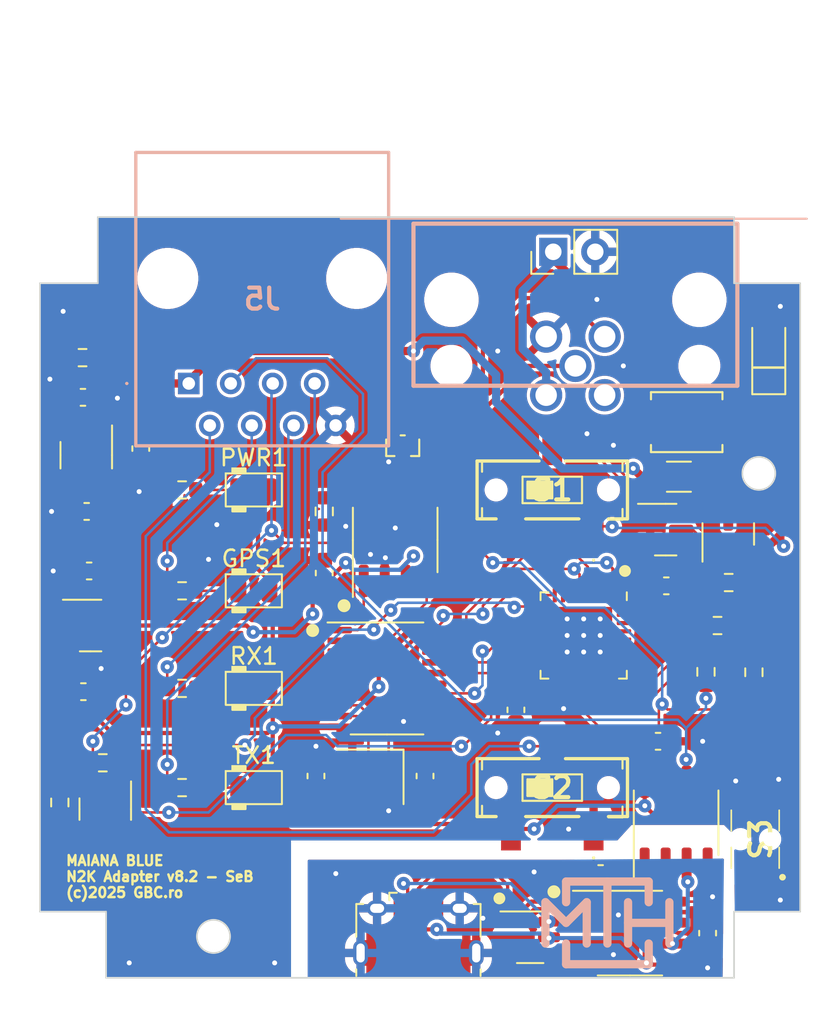
<source format=kicad_pcb>
(kicad_pcb (version 20241229) (generator "pcbnew") (generator_version "9.0")
  (layers (0 "F.Cu" signal) (2 "B.Cu" signal) (13 "F.Paste" user) (15 "B.Paste" user) (5 "F.SilkS" user "F.Silkscreen") (7 "B.SilkS" user "B.Silkscreen") (1 "F.Mask" user) (3 "B.Mask" user) (25 "Edge.Cuts" user))
  (net 0 "")
  (net 2 "+12V")
  (net 3 "GND")
  (net 4 "/Connections/V_OUT")
  (net 5 "/Connections/TX_DISABLE")
  (net 6 "/Connections/GPS_STATUS")
  (net 7 "/Connections/TRANSPONDER_UART_TX")
  (net 8 "/Connections/AIS_RX_EVENT")
  (net 9 "/Connections/AIS_TX_EVENT")
  (net 10 "VBUS")
  (net 11 "D-")
  (net 12 "D+")
  (net 14 "GND2")
  (net 36 "XTL2")
  (net 37 "XTL1")
  (net 38 "Net-(U7-EN)")
  (net 42 "+5V")
  (net 44 "/CAN/CAN_L")
  (net 45 "/CAN/CAN_H")
  (net 46 "Net-(U3-Rs)")
  (net 47 "Net-(U2-TXCAN)")
  (net 48 "Net-(U2-RXCAN)")
  (net 49 "/CAN/SPI_SCK")
  (net 50 "/CAN/SPI_MOSI")
  (net 51 "/CAN/SPI_MISO")
  (net 52 "/CAN/SPI_CS")
  (net 54 "/CAN/NRST")
  (net 56 "NMEA_RX_EN")
  (net 57 "NMEA_RX")
  (net 58 "/MCU/BOOT0")
  (net 59 "/Connections/MCU_UART_TX")
  (net 60 "/Connections/MCU_UART_RX")
  (net 63 "+3.3V")
  (net 64 "CH340_TX")
  (net 65 "CH340_RX")
  (net 67 "Net-(U5-V3)")
  (net 68 "/Power/PWR_CTRL")
  (net 69 "Net-(Q1-D)")
  (net 70 "Net-(Q2-D)")
  (net 71 "TRANSPONDER_UART_RX")
  (net 73 "/Power/V_IN")
  (net 74 "Net-(GPS1-K)")
  (net 75 "Net-(PWR1-K)")
  (net 76 "Net-(RX1-K)")
  (net 77 "Net-(TX1-K)")
  (footprint "Package_SO:SOIC-8_3.9x4.9mm_P1.27mm" (layer "F.Cu") (at 167.795 120.925 90)
    (property "Reference" "U6" (hide yes))
    (property "Value" "ISO7721FDR")
  )
  (footprint "Capacitor_SMD:C_0603_1608Metric" (layer "F.Cu") (at 167.2 106.6)
    (property "Reference" "C13" (hide yes))
    (property "Value" "0.1uF")
  )
  (footprint "Capacitor_SMD:C_0603_1608Metric" (layer "F.Cu") (at 163.225 124 180)
    (property "Reference" "C3" (hide yes))
    (property "Value" "0.1uF")
  )
  (footprint "Connector_PinHeader_2.54mm:PinHeader_1x02_P2.54mm_Vertical" (layer "F.Cu") (at 160.36 86.4 90)
    (property "Reference" "J4" (hide yes))
    (property "Value" "Conn_01x02")
  )
  (footprint "Package_SO:TSSOP-20_4.4x6.5mm_P0.65mm" (layer "F.Cu") (at 150.3 112.2)
    (property "Reference" "U2" (hide yes))
    (property "Value" "MCP2515-xST")
  )
  (footprint "PCM_LED_SMD_AKL:LED_0805_2012Metric" (layer "F.Cu") (at 142.24 100.8)
    (property "Reference" "PWR1")
    (property "Value" "KT-0805G" (hide yes))
  )
  (footprint "Package_TO_SOT_SMD:SOT-23" (layer "F.Cu") (at 132.3625 109)
    (property "Reference" "U8" (hide yes))
    (property "Value" "SE8533X2-HF")
  )
  (footprint "Capacitor_SMD:C_0603_1608Metric" (layer "F.Cu") (at 146.5 105.825 90)
    (property "Reference" "C11" (hide yes))
    (property "Value" "0.1uF")
  )
  (footprint "Resistor_SMD:R_0603_1608Metric" (layer "F.Cu") (at 137.9 112.8 180)
    (property "Reference" "R3" (hide yes))
    (property "Value" "2k2")
  )
  (footprint "Resistor_SMD:R_0603_1608Metric" (layer "F.Cu") (at 137.9 100.8 180)
    (property "Reference" "R1" (hide yes))
    (property "Value" "2k2")
  )
  (footprint "Package_SO:SOIC-8_3.9x4.9mm_P1.27mm" (layer "F.Cu") (at 150.795 103.825 90)
    (property "Reference" "U3" (hide yes))
    (property "Value" "MCP2551-I-SN")
  )
  (footprint "Capacitor_SMD:C_0603_1608Metric" (layer "F.Cu") (at 146 118.1 90)
    (property "Reference" "C4" (hide yes))
    (property "Value" "20pF")
  )
  (footprint "footprints:MS12D17G2" (layer "F.Cu") (at 160.3 118.8 180)
    (property "Reference" "S2")
    (property "Value" "MS-12D17-G2" (hide yes))
  )
  (footprint "Package_DFN_QFN:QFN-32-1EP_5x5mm_P0.5mm_EP3.45x3.45mm" (layer "F.Cu") (at 162.2 109.6 -90)
    (property "Reference" "U1" (hide yes))
    (property "Value" "STM32L432KBUx")
  )
  (footprint "PCM_LED_SMD_AKL:LED_0805_2012Metric" (layer "F.Cu") (at 142.24 106.9)
    (property "Reference" "GPS1")
    (property "Value" "KT-0805G" (hide yes))
  )
  (footprint "Connector_USB:USB_Micro-B_Amphenol_10118194_Horizontal" (layer "F.Cu") (at 152.2 127.5)
    (property "Reference" "J3" (hide yes))
    (property "Value" "USB_B_Micro")
  )
  (footprint "Resistor_SMD:R_0603_1608Metric" (layer "F.Cu") (at 169.6 111.8 90)
    (property "Reference" "R12" (hide yes))
    (property "Value" "0R")
  )
  (footprint "footprints:SKSCLDE010" (layer "F.Cu") (at 172.582 121.92 90)
    (property "Reference" "S3")
    (property "Value" "SKSCLDE010" (hide yes))
  )
  (footprint "KiCadFootprints:CL-SB-12B-01T" (layer "F.Cu") (at 160.3 118.8)
    (property "Reference" "SW2" (hide yes))
    (property "Value" "CL-SB-12B-01T")
  )
  (footprint "Resistor_SMD:R_0603_1608Metric" (layer "F.Cu") (at 172.5 111.825 90)
    (property "Reference" "R11" (hide yes))
    (property "Value" "0R")
  )
  (footprint "Capacitor_SMD:C_0603_1608Metric" (layer "F.Cu") (at 166.7 116)
    (property "Reference" "C2" (hide yes))
    (property "Value" "0.1uF")
  )
  (footprint "Resistor_SMD:R_0603_1608Metric" (layer "F.Cu") (at 137.9 106.9 180)
    (property "Reference" "R2" (hide yes))
    (property "Value" "2k2")
  )
  (footprint "Resistor_SMD:R_0603_1608Metric" (layer "F.Cu") (at 137.9 118.8 180)
    (property "Reference" "R4" (hide yes))
    (property "Value" "2k2")
  )
  (footprint "Package_TO_SOT_SMD:SOT-23" (layer "F.Cu") (at 170.95 103.4625 90)
    (property "Reference" "Q2" (hide yes))
    (property "Value" "AO3401A")
  )
  (footprint "Package_TO_SOT_SMD:SOT-23" (layer "F.Cu") (at 133.25 120.1 -90)
    (property "Reference" "Q3" (hide yes))
    (property "Value" "BSS138")
  )
  (footprint "Package_SO:SO-8_3.9x4.9mm_P1.27mm" (layer "F.Cu") (at 165 127.6)
    (property "Reference" "U5" (hide yes))
    (property "Value" "CH340N")
  )
  (footprint "Resistor_SMD:R_1206_3216Metric" (layer "F.Cu") (at 167.9625 100)
    (property "Reference" "TH1" (hide yes))
    (property "Value" "BSMD1206-050-16V")
  )
  (footprint "Capacitor_SMD:C_0603_1608Metric" (layer "F.Cu") (at 169.7 127.6 -90)
    (property "Reference" "C1" (hide yes))
    (property "Value" "0.1uF")
  )
  (footprint "Package_TO_SOT_SMD:SOT-23-6" (layer "F.Cu") (at 158.9625 127.85)
    (property "Reference" "U4" (hide yes))
    (property "Value" "SRV05-4")
  )
  (footprint "Capacitor_SMD:C_0603_1608Metric" (layer "F.Cu") (at 132.125 102.1 180)
    (property "Reference" "C9" (hide yes))
    (property "Value" "1uF")
  )
  (footprint "Capacitor_SMD:C_0603_1608Metric" (layer "F.Cu") (at 158.1 114.1 -90)
    (property "Reference" "C12" (hide yes))
    (property "Value" "0.1uF")
  )
  (footprint "KiCadFootprints:CL-SB-12B-01T" (layer "F.Cu") (at 160.3 100.8)
    (property "Reference" "SW1" (hide yes))
    (property "Value" "CL-SB-12B-01T")
  )
  (footprint "Capacitor_SMD:C_0603_1608Metric" (layer "F.Cu") (at 152.6 118.1 -90)
    (property "Reference" "C5" (hide yes))
    (property "Value" "20pF")
  )
  (footprint "KiCadFootprints:DIOM4336X265N" (layer "F.Cu") (at 168.435 96.7)
    (property "Reference" "D6" (hide yes))
    (property "Value" "SMBJ16CA")
  )
  (footprint "Crystal:Crystal_SMD_3225-4Pin_3.2x2.5mm" (layer "F.Cu") (at 149.3 118.15 180)
    (property "Reference" "Y1" (hide yes))
    (property "Value" "X322516MOB4SI")
  )
  (footprint "PCM_LED_SMD_AKL:LED_0805_2012Metric" (layer "F.Cu") (at 142.24 112.8)
    (property "Reference" "RX1")
    (property "Value" "KT-0805G" (hide yes))
  )
  (footprint "Resistor_SMD:R_0603_1608Metric" (layer "F.Cu") (at 146.5 102.1 -90)
    (property "Reference" "R7" (hide yes))
    (property "Value" "10k")
  )
  (footprint "Resistor_SMD:R_0603_1608Metric" (layer "F.Cu") (at 131.875 92.8 180)
    (property "Reference" "R6" (hide yes))
    (property "Value" "10k")
  )
  (footprint "Resistor_SMD:R_0603_1608Metric" (layer "F.Cu") (at 130.5 119.7 -90)
    (property "Reference" "R10" (hide yes))
    (property "Value" "10k")
  )
  (footprint "Diode_SMD:D_SOD-123" (layer "F.Cu") (at 173.4 92.65 90)
    (property "Reference" "D8" (hide yes))
    (property "Value" "D_Schottky")
  )
  (footprint "Package_TO_SOT_SMD:SOT-23" (layer "F.Cu") (at 167.1625 103.2)
    (property "Reference" "Q1" (hide yes))
    (property "Value" "BSS138")
  )
  (footprint "footprints:MS12D17G2" (layer "F.Cu") (at 160.3 100.8 180)
    (property "Reference" "S1")
    (property "Value" "MS-12D17-G2" (hide yes))
  )
  (footprint "Capacitor_SMD:C_0603_1608Metric" (layer "F.Cu") (at 132.275 105.7 180)
    (property "Reference" "C8" (hide yes))
    (property "Value" "1uF")
  )
  (footprint "Resistor_SMD:R_0603_1608Metric" (layer "F.Cu") (at 170.975 106.4 180)
    (property "Reference" "R5" (hide yes))
    (property "Value" "10k")
  )
  (footprint "Capacitor_SMD:C_0603_1608Metric" (layer "F.Cu") (at 135.4 98.3 -90)
    (property "Reference" "C7" (hide yes))
    (property "Value" "1uF")
  )
  (footprint "Package_TO_SOT_SMD:SOT-23-5" (layer "F.Cu") (at 132.1 98.7 -90)
    (property "Reference" "U7" (hide yes))
    (property "Value" "TJ5205SF5-5.0")
  )
  (footprint "Resistor_SMD:R_0603_1608Metric" (layer "F.Cu") (at 133.1 117.3 180)
    (property "Reference" "R9" (hide yes))
    (property "Value" "10k")
  )
  (footprint "PCM_LED_SMD_AKL:LED_0805_2012Metric" (layer "F.Cu") (at 142.24 118.8)
    (property "Reference" "TX1")
    (property "Value" "KT-0805G" (hide yes))
  )
  (footprint "Capacitor_SMD:C_0603_1608Metric" (layer "F.Cu") (at 131.9 95.2)
    (property "Reference" "C6" (hide yes))
    (property "Value" "1uF")
  )
  (footprint "KiCadFootprints:SOT323" (layer "F.Cu") (at 151.25 98.125 180)
    (property "Reference" "D5" (hide yes))
    (property "Value" "PESD1CAN-U")
  )
  (footprint "Capacitor_SMD:C_0603_1608Metric" (layer "F.Cu") (at 131.925 113)
    (property "Reference" "C10" (hide yes))
    (property "Value" "1uF")
  )
  (footprint "Resistor_SMD:R_0603_1608Metric" (layer "F.Cu") (at 170.3 109)
    (property "Reference" "R8" (hide yes))
    (property "Value" "10k")
  )
  (footprint "KiCadFootprints:MICRO_C_5PIN" (layer "B.Cu") (at 161.7 93.3)
    (property "Reference" "J1" (hide yes))
    (property "Value" "12-3701-05" (hide yes))
    (property "VALUE" "12-3701-05" (hide yes))
  )
  (footprint "footprints:54602908LF" (layer "B.Cu") (at 138.303 94.361)
    (property "Reference" "J5")
    (property "Value" "54602-908LF" (hide yes))
  )
  (gr_circle (center 147.7 107.8) (end 148.016228 107.8) (stroke (width 0.15)) (fill yes) (layer "F.SilkS"))
  (gr_circle (center 145.8 109.3) (end 146.116228 109.3) (stroke (width 0.15)) (fill yes) (layer "F.SilkS"))
  (gr_circle (center 157.1 125.5) (end 157.382843 125.5) (stroke (width 0.15)) (fill yes) (layer "F.SilkS"))
  (gr_circle (center 164.7 124.5) (end 164.8 124.5) (stroke (width 0.15)) (fill no) (layer "F.SilkS"))
  (gr_circle (center 164.7 105.7) (end 164.982843 105.7) (stroke (width 0.15)) (fill yes) (layer "F.SilkS"))
  (gr_circle (center 160.4 125.1) (end 160.716228 125.1) (stroke (width 0.15)) (fill yes) (layer "F.SilkS"))
  (gr_line (start 172.5 93.4) (end 174.3 93.4) (stroke (width 0.15)) (layer "F.SilkS"))
  (gr_line (start 166.136 129.48) (end 161.136 129.48) (stroke (width 0.5)) (layer "B.SilkS"))
  (gr_line (start 161.136 126.98) (end 159.886 125.73) (stroke (width 0.5)) (layer "B.SilkS"))
  (gr_line (start 167.386 126.98) (end 164.886 126.98) (stroke (width 0.5)) (layer "B.SilkS"))
  (gr_line (start 166.136 128.23) (end 166.136 129.48) (stroke (width 0.5)) (layer "B.SilkS"))
  (gr_line (start 167.386 128.23) (end 167.386 125.73) (stroke (width 0.5)) (layer "B.SilkS"))
  (gr_line (start 162.386 128.23) (end 162.386 125.73) (stroke (width 0.5)) (layer "B.SilkS"))
  (gr_line (start 164.886 125.73) (end 164.886 128.23) (stroke (width 0.5)) (layer "B.SilkS"))
  (gr_line (start 161.136 129.48) (end 161.136 128.23) (stroke (width 0.5)) (layer "B.SilkS"))
  (gr_line (start 161.136 124.48) (end 161.136 125.73) (stroke (width 0.5)) (layer "B.SilkS"))
  (gr_line (start 163.636 128.23) (end 163.636 124.48) (stroke (width 0.5)) (layer "B.SilkS"))
  (gr_line (start 166.136 125.73) (end 166.136 124.48) (stroke (width 0.5)) (layer "B.SilkS"))
  (gr_line (start 166.136 124.48) (end 161.136 124.48) (stroke (width 0.5)) (layer "B.SilkS"))
  (gr_line (start 159.886 125.73) (end 159.886 128.23) (stroke (width 0.5)) (layer "B.SilkS"))
  (gr_line (start 162.386 125.73) (end 161.136 126.98) (stroke (width 0.5)) (layer "B.SilkS"))
  (gr_line (start 175.3 126.3) (end 171.3 126.3) (stroke (width 0.1)) (layer "Edge.Cuts"))
  (gr_line (start 133.3 130.3) (end 133.3 126.3) (stroke (width 0.1)) (layer "Edge.Cuts"))
  (gr_line (start 149.6 84.3) (end 171.3 84.3) (stroke (width 0.1)) (layer "Edge.Cuts"))
  (gr_line (start 133.3 126.3) (end 129.3 126.3) (stroke (width 0.1)) (layer "Edge.Cuts"))
  (gr_line (start 171.3 126.3) (end 171.3 130.3) (stroke (width 0.1)) (layer "Edge.Cuts"))
  (gr_circle (center 139.8 127.8) (end 140.8 127.9) (stroke (width 0.1)) (fill no) (layer "Edge.Cuts"))
  (gr_line (start 175.3 88.3) (end 175.3 126.3) (stroke (width 0.1)) (layer "Edge.Cuts"))
  (gr_line (start 171.3 130.3) (end 133.3 130.3) (stroke (width 0.1)) (layer "Edge.Cuts"))
  (gr_line (start 171.3 84.3) (end 171.3 88.3) (stroke (width 0.1)) (layer "Edge.Cuts"))
  (gr_line (start 132.8 88.3) (end 132.8 84.3) (stroke (width 0.1)) (layer "Edge.Cuts"))
  (gr_line (start 132.8 84.3) (end 149.6 84.3) (stroke (width 0.1)) (layer "Edge.Cuts"))
  (gr_line (start 171.3 88.3) (end 175.3 88.3) (stroke (width 0.1)) (layer "Edge.Cuts"))
  (gr_line (start 129.3 88.3) (end 132.8 88.3) (stroke (width 0.1)) (layer "Edge.Cuts"))
  (gr_circle (center 172.8 99.8) (end 173.8 99.8) (stroke (width 0.1)) (fill no) (layer "Edge.Cuts"))
  (gr_line (start 129.3 126.3) (end 129.3 88.3) (stroke (width 0.1)) (layer "Edge.Cuts"))
  (gr_text "MAIANA BLUE\nN2K Adapter v8.2 - SeB\n(c)2025 GBC.ro" (at 130.8 125.5 0) (layer "F.SilkS") (effects (font (size 0.6 0.6)) (justify left bottom)))
  (segment (start 171.568 90.932) (end 173.332 90.932) (width 0.5) (layer "F.Cu") (net 2))
  (segment (start 164.592 88.138) (end 167.894 91.44) (width 0.5) (layer "F.Cu") (net 2))
  (segment (start 173.332 90.932) (end 173.4 91) (width 0.5) (layer "F.Cu") (net 2))
  (segment (start 167.894 91.44) (end 171.06 91.44) (width 0.5) (layer "F.Cu") (net 2))
  (segment (start 161.671 88.138) (end 164.592 88.138) (width 0.5) (layer "F.Cu") (net 2))
  (segment (start 170.6 96.7) (end 171.3 96) (width 0.5) (layer "F.Cu") (net 2))
  (segment (start 171.3 91.2) (end 171.568 90.932) (width 0.5) (layer "F.Cu") (net 2))
  (segment (start 171.06 91.44) (end 171.3 91.2) (width 0.5) (layer "F.Cu") (net 2))
  (segment (start 160.36 86.4) (end 160.36 86.827) (width 0.5) (layer "F.Cu") (net 2))
  (segment (start 160.36 86.827) (end 161.671 88.138) (width 0.5) (layer "F.Cu") (net 2))
  (segment (start 171.3 96) (end 171.3 91.2) (width 0.5) (layer "F.Cu") (net 2))
  (segment (start 160.36 86.909) (end 160.36 86.4) (width 0.5) (layer "B.Cu") (net 2))
  (segment (start 159.93 95.07) (end 159.93 93.691142) (width 0.5) (layer "B.Cu") (net 2))
  (segment (start 159.93 93.691142) (end 158.505 92.266142) (width 0.5) (layer "B.Cu") (net 2))
  (segment (start 158.505 92.266142) (end 158.505 88.764) (width 0.5) (layer "B.Cu") (net 2))
  (segment (start 158.505 88.764) (end 160.36 86.909) (width 0.5) (layer "B.Cu") (net 2))
  (via (at 150.4 120.2) (size 0.8) (drill 0.3) (layers "F.Cu" "B.Cu") (net 3))
  (via (at 150.8 103.1) (size 0.8) (drill 0.3) (layers "F.Cu" "B.Cu") (net 3))
  (via (at 135.3 100.9) (size 0.8) (drill 0.3) (layers "F.Cu" "B.Cu") (net 3))
  (via (at 130 102.1) (size 0.8) (drill 0.3) (layers "F.Cu" "B.Cu") (net 3))
  (via (at 150.4 99.1) (size 0.8) (drill 0.3) (layers "F.Cu" "B.Cu") (net 3))
  (via (at 163 89.281) (size 0.8) (drill 0.3) (layers "F.Cu" "B.Cu") (net 3))
  (via (at 133.985 95.25) (size 0.8) (drill 0.3) (layers "F.Cu" "B.Cu") (net 3))
  (via (at 130.7 90) (size 0.8) (drill 0.3) (layers "F.Cu" "B.Cu") (net 3))
  (via (at 139.5 105) (size 0.8) (drill 0.3) (layers "F.Cu" "B.Cu") (net 3))
  (via (at 162.4 97.4) (size 0.8) (drill 0.3) (layers "F.Cu" "B.Cu") (net 3))
  (via (at 151.3 114.8) (size 0.8) (drill 0.3) (layers "F.Cu" "B.Cu") (net 3))
  (via (at 157 115.5) (size 0.8) (drill 0.3) (layers "F.Cu" "B.Cu") (net 3))
  (via (at 161.29 121.3104) (size 0.8) (drill 0.3) (layers "F.Cu" "B.Cu") (net 3))
  (via (at 160.9852 114.024) (size 0.8) (drill 0.3) (layers "F.Cu" "B.Cu") (net 3))
  (via (at 164.6 93.3) (size 0.8) (drill 0.3) (layers "F.Cu" "B.Cu") (net 3))
  (via (at 162.2 110.6) (size 0.8) (drill 0.3) (layers "F.Cu" "B.Cu") (net 3))
  (via (at 174.1 89.7) (size 0.8) (drill 0.3) (layers "F.Cu" "B.Cu") (net 3))
  (via (at 171.4 118.4) (size 0.8) (drill 0.3) (layers "F.Cu" "B.Cu") (net 3))
  (via (at 174 118.3) (size 0.8) (drill 0.3) (layers "F.Cu" "B.Cu") (net 3))
  (via (at 134.7 129.4) (size 0.8) (drill 0.3) (layers "F.Cu" "B.Cu") (net 3))
  (via (at 140 102.9) (size 0.8) (drill 0.3) (layers "F.Cu" "B.Cu") (net 3))
  (via (at 162.2 109.6) (size 0.8) (drill 0.3) (layers "F.Cu" "B.Cu") (net 3))
  (via (at 143.5 129.4) (size 0.8) (drill 0.3) (layers "F.Cu" "B.Cu") (net 3))
  (via (at 147.8 103) (size 0.8) (drill 0.3) (layers "F.Cu" "B.Cu") (net 3))
  (via (at 129.9 94.1) (size 0.8) (drill 0.3) (layers "F.Cu" "B.Cu") (net 3))
  (via (at 163.2 108.6) (size 0.8) (drill 0.3) (layers "F.Cu" "B.Cu") (net 3))
  (via (at 130.1 105.7) (size 0.8) (drill 0.3) (layers "F.Cu" "B.Cu") (net 3))
  (via (at 164 98.1) (size 0.8) (drill 0.3) (layers "F.Cu" "B.Cu") (net 3))
  (via (at 133 111.6) (size 0.8) (drill 0.3) (layers "F.Cu" "B.Cu") (net 3))
  (via (at 174.1 125.6) (size 0.8) (drill 0.3) (layers "F.Cu" "B.Cu") (net 3))
  (via (at 163.2 109.6) (size 0.8) (drill 0.3) (layers "F.Cu" "B.Cu") (net 3))
  (via (at 163.2 110.6) (size 0.8) (drill 0.3) (layers "F.Cu" "B.Cu") (net 3))
  (via (at 149.3 104.7) (size 0.8) (drill 0.3) (layers "F.Cu" "B.Cu") (net 3))
  (via (at 161.2 108.6) (size 0.8) (drill 0.3) (layers "F.Cu" "B.Cu") (net 3))
  (via (at 161.2 110.6) (size 0.8) (drill 0.3) (layers "F.Cu" "B.Cu") (net 3))
  (via (at 161.2 109.6) (size 0.8) (drill 0.3) (layers "F.Cu" "B.Cu") (net 3))
  (via (at 157 92.4) (size 0.8) (drill 0.3) (layers "F.Cu" "B.Cu") (net 3))
  (via (at 146 116.3) (size 0.8) (drill 0.3) (layers "F.Cu" "B.Cu") (net 3))
  (via (at 162.2 108.6) (size 0.8) (drill 0.3) (layers "F.Cu" "B.Cu") (net 3))
  (via (at 150.2 104.9) (size 0.8) (drill 0.3) (layers "F.Cu" "B.Cu") (net 3))
  (via (at 169.4 116) (size 0.8) (drill 0.3) (layers "F.Cu" "B.Cu") (net 3))
  (segment (start 135.382 95.776) (end 135.382 97.398) (width 0.5) (layer "F.Cu") (net 4))
  (segment (start 135.382 95.776) (end 135.382 94.361) (width 0.5) (layer "F.Cu") (net 4))
  (segment (start 133.05 97.5625) (end 135.3625 97.5625) (width 0.5) (layer "F.Cu") (net 4))
  (segment (start 138.303 94.234) (end 140.137 92.4) (width 0.5) (layer "F.Cu") (net 4))
  (segment (start 138.303 94.361) (end 138.303 94.234) (width 0.5) (layer "F.Cu") (net 4))
  (segment (start 135.382 94.361) (end 133.821 92.8) (width 0.254) (layer "F.Cu") (net 4))
  (segment (start 140.97 92.4) (end 151.9 92.4) (width 0.5) (layer "F.Cu") (net 4))
  (segment (start 138.303 94.361) (end 135.382 94.361) (width 0.5) (layer "F.Cu") (net 4))
  (segment (start 165.7 100) (end 165.2 99.5) (width 0.5) (layer "F.Cu") (net 4))
  (segment (start 135.3625 97.5625) (end 135.4 97.525) (width 0.254) (layer "F.Cu") (net 4))
  (segment (start 166.5 100) (end 165.7 100) (width 0.5) (layer "F.Cu") (net 4))
  (segment (start 133.821 92.8) (end 132.7 92.8) (width 0.254) (layer "F.Cu") (net 4))
  (segment (start 140.137 92.4) (end 140.97 92.4) (width 0.5) (layer "F.Cu") (net 4))
  (segment (start 135.382 97.398) (end 135.509 97.525) (width 0.5) (layer "F.Cu") (net 4))
  (via (at 151.9 92.4) (size 0.8) (drill 0.3) (layers "F.Cu" "B.Cu") (net 4))
  (via (at 165.2 99.5) (size 0.8) (drill 0.3) (layers "F.Cu" "B.Cu") (net 4))
  (segment (start 156.9 95.5) (end 156.9 93.843324) (width 0.5) (layer "B.Cu") (net 4))
  (segment (start 165.2 99.5) (end 160.9 99.5) (width 0.5) (layer "B.Cu") (net 4))
  (segment (start 154.831676 91.775) (end 152.525 91.775) (width 0.5) (layer "B.Cu") (net 4))
  (segment (start 156.9 93.843324) (end 154.831676 91.775) (width 0.5) (layer "B.Cu") (net 4))
  (segment (start 152.525 91.775) (end 151.9 92.4) (width 0.5) (layer "B.Cu") (net 4))
  (segment (start 160.9 99.5) (end 156.9 95.5) (width 0.5) (layer "B.Cu") (net 4))
  (segment (start 160 116.3) (end 160.3 116.6) (width 0.152) (layer "F.Cu") (net 5))
  (segment (start 158.9 116.3) (end 160 116.3) (width 0.152) (layer "F.Cu") (net 5))
  (via (at 158.9 116.3) (size 0.8) (drill 0.3) (layers "F.Cu" "B.Cu") (net 5))
  (segment (start 156.5 116.3) (end 158.9 116.3) (width 0.152) (layer "B.Cu") (net 5))
  (segment (start 139.573 96.901) (end 139.573 99.727) (width 0.152) (layer "B.Cu") (net 5))
  (segment (start 155.4 117.4) (end 156.5 116.3) (width 0.152) (layer "B.Cu") (net 5))
  (segment (start 135.7 120.1) (end 137.1 121.5) (width 0.152) (layer "B.Cu") (net 5))
  (segment (start 135.7 103.6) (end 135.7 120.1) (width 0.152) (layer "B.Cu") (net 5))
  (segment (start 153.1 121.5) (end 155.4 119.2) (width 0.152) (layer "B.Cu") (net 5))
  (segment (start 155.4 119.2) (end 155.4 117.4) (width 0.152) (layer "B.Cu") (net 5))
  (segment (start 139.573 99.727) (end 135.7 103.6) (width 0.152) (layer "B.Cu") (net 5))
  (segment (start 137.1 121.5) (end 153.1 121.5) (width 0.152) (layer "B.Cu") (net 5))
  (segment (start 137 106.825) (end 137.075 106.9) (width 0.152) (layer "F.Cu") (net 6))
  (segment (start 137 105.1) (end 137 106.825) (width 0.152) (layer "F.Cu") (net 6))
  (via (at 137 105.1) (size 0.8) (drill 0.3) (layers "F.Cu" "B.Cu") (net 6))
  (segment (start 137 104) (end 137 105.1) (width 0.152) (layer "B.Cu") (net 6))
  (segment (start 142.24 96.774) (end 142.113 96.901) (width 0.152) (layer "B.Cu") (net 6))
  (segment (start 142.113 98.887) (end 137 104) (width 0.152) (layer "B.Cu") (net 6))
  (segment (start 142.113 96.901) (end 142.113 98.887) (width 0.152) (layer "B.Cu") (net 6))
  (segment (start 171.074 114.076) (end 167.276 114.076) (width 0.152) (layer "F.Cu") (net 7))
  (segment (start 143.31 103.251) (end 144.059 104) (width 0.152) (layer "F.Cu") (net 7))
  (segment (start 134.5 111.9265) (end 134.5 113.8) (width 0.152) (layer "F.Cu") (net 7))
  (segment (start 144.059 104) (end 155.5 104) (width 0.152) (layer "F.Cu") (net 7))
  (segment (start 166.749 116.849) (end 167.16 117.26) (width 0.152) (layer "F.Cu") (net 7))
  (segment (start 132.5 116) (end 132.5 117.075) (width 0.152) (layer "F.Cu") (net 7))
  (segment (start 167.276 114.076) (end 166.95 113.75) (width 0.152) (layer "F.Cu") (net 7))
  (segment (start 167.16 117.26) (end 167.16 118.45) (width 0.152) (layer "F.Cu") (net 7))
  (segment (start 155.5 104) (end 156.7 105.2) (width 0.152) (layer "F.Cu") (net 7))
  (segment (start 166.749 113.951) (end 166.749 116.849) (width 0.152) (layer "F.Cu") (net 7))
  (segment (start 132.275 118.9875) (end 132.45 119.1625) (width 0.152) (layer "F.Cu") (net 7))
  (segment (start 132.5 117.075) (end 132.275 117.3) (width 0.152) (layer "F.Cu") (net 7))
  (segment (start 136.7 109.7265) (end 134.5 111.9265) (width 0.152) (layer "F.Cu") (net 7))
  (segment (start 172.5 112.65) (end 171.074 114.076) (width 0.152) (layer "F.Cu") (net 7))
  (segment (start 166.95 113.75) (end 166.749 113.951) (width 0.152) (layer "F.Cu") (net 7))
  (segment (start 132.275 117.3) (end 132.275 118.9875) (width 0.152) (layer "F.Cu") (net 7))
  (via (at 143.31 103.251) (size 0.8) (drill 0.3) (layers "F.Cu" "B.Cu") (net 7))
  (via (at 132.5 116) (size 0.8) (drill 0.3) (layers "F.Cu" "B.Cu") (net 7))
  (via (at 134.5 113.8) (size 0.8) (drill 0.3) (layers "F.Cu" "B.Cu") (net 7))
  (via (at 136.7 109.7265) (size 0.8) (drill 0.3) (layers "F.Cu" "B.Cu") (net 7))
  (via (at 166.95 113.75) (size 0.8) (drill 0.3) (layers "F.Cu" "B.Cu") (net 7))
  (via (at 156.7 105.2) (size 0.8) (drill 0.3) (layers "F.Cu" "B.Cu") (net 7))
  (segment (start 143.31 94.434) (end 143.383 94.361) (width 0.152) (layer "B.Cu") (net 7))
  (segment (start 132.5 115.8) (end 132.5 116) (width 0.152) (layer "B.Cu") (net 7))
  (segment (start 143.31 103.251) (end 143.31 94.434) (width 0.152) (layer "B.Cu") (net 7))
  (segment (start 143.1755 103.251) (end 136.7 109.7265) (width 0.152) (layer "B.Cu") (net 7))
  (segment (start 161.124 107.924) (end 163.480009 107.924) (width 0.152) (layer "B.Cu") (net 7))
  (segment (start 166.95 111.393991) (end 166.95 113.75) (width 0.152) (layer "B.Cu") (net 7))
  (segment (start 134.5 113.8) (end 132.5 115.8) (width 0.152) (layer "B.Cu") (net 7))
  (segment (start 158.4 105.2) (end 156.7 105.2) (width 0.152) (layer "B.Cu") (net 7))
  (segment (start 158.4 105.2) (end 161.124 107.924) (width 0.152) (layer "B.Cu") (net 7))
  (segment (start 143.31 103.251) (end 143.1755 103.251) (width 0.152) (layer "B.Cu") (net 7))
  (segment (start 163.480009 107.924) (end 166.95 111.393991) (width 0.152) (layer "B.Cu") (net 7))
  (segment (start 137 112.725) (end 137.075 112.8) (width 0.152) (layer "F.Cu") (net 8))
  (segment (start 137 111.5) (end 137 112.725) (width 0.152) (layer "F.Cu") (net 8))
  (via (at 137 111.5) (size 0.8) (drill 0.3) (layers "F.Cu" "B.Cu") (net 8))
  (segment (start 144.653 96.901) (end 144.33 97.224) (width 0.152) (layer "B.Cu") (net 8))
  (segment (start 144.33 104.17) (end 137 111.5) (width 0.152) (layer "B.Cu") (net 8))
  (segment (start 144.33 97.224) (end 144.33 104.17) (width 0.152) (layer "B.Cu") (net 8))
  (segment (start 137 117.4) (end 137 118.725) (width 0.152) (layer "F.Cu") (net 9))
  (segment (start 137 118.725) (end 137.075 118.8) (width 0.152) (layer "F.Cu") (net 9))
  (via (at 137 117.4) (size 0.8) (drill 0.3) (layers "F.Cu" "B.Cu") (net 9))
  (segment (start 137 113.5) (end 145.35 105.15) (width 0.152) (layer "B.Cu") (net 9))
  (segment (start 145.923 97.409) (end 145.923 94.361) (width 0.152) (layer "B.Cu") (net 9))
  (segment (start 145.35 105.15) (end 145.35 97.982) (width 0.152) (layer "B.Cu") (net 9))
  (segment (start 145.35 97.982) (end 145.923 97.409) (width 0.152) (layer "B.Cu") (net 9))
  (segment (start 137 117.4) (end 137 113.5) (width 0.152) (layer "B.Cu") (net 9))
  (segment (start 151.3 127.2) (end 151.474502 127.374502) (width 0.25) (layer "F.Cu") (net 10))
  (segment (start 151.474502 127.374502) (end 153.307746 127.374502) (width 0.25) (layer "F.Cu") (net 10))
  (segment (start 165.89 123.4) (end 165.89 129.29) (width 0.25) (layer "F.Cu") (net 10))
  (segment (start 167.575 129.505) (end 166.105 129.505) (width 0.25) (layer "F.Cu") (net 10))
  (segment (start 165.89 123.4) (end 164.6 123.4) (width 0.25) (layer "F.Cu") (net 10))
  (segment (start 164.6 123.4) (end 164 124) (width 0.25) (layer "F.Cu") (net 10))
  (segment (start 166.105 129.505) (end 166 129.4) (width 0.25) (layer "F.Cu") (net 10))
  (segment (start 150.9 126.1) (end 150.9 126.8) (width 0.25) (layer "F.Cu") (net 10))
  (segment (start 165.89 129.29) (end 166 129.4) (width 0.25) (layer "F.Cu") (net 10))
  (segment (start 150.9 126.8) (end 151.3 127.2) (width 0.25) (layer "F.Cu") (net 10))
  (via (at 166 129.4) (size 0.8) (drill 0.3) (layers "F.Cu" "B.Cu") (net 10))
  (via (at 160.1 127.899503) (size 0.8) (drill 0.3) (layers "F.Cu" "B.Cu") (net 10))
  (via (at 153.307746 127.374502) (size 0.8) (drill 0.3) (layers "F.Cu" "B.Cu") (net 10))
  (segment (start 159.825497 127.625) (end 160.1 127.899503) (width 0.25) (layer "B.Cu") (net 10))
  (segment (start 160.1 127.899503) (end 164.499503 127.899503) (width 0.25) (layer "B.Cu") (net 10))
  (segment (start 153.558244 127.625) (end 159.825497 127.625) (width 0.25) (layer "B.Cu") (net 10))
  (segment (start 164.499503 127.899503) (end 166 129.4) (width 0.25) (layer "B.Cu") (net 10))
  (segment (start 153.307746 127.374502) (end 153.558244 127.625) (width 0.25) (layer "B.Cu") (net 10))
  (segment (start 151.55 126.1) (end 151.55 124.85) (width 0.2) (layer "F.Cu") (net 11))
  (segment (start 160.165 126.965) (end 160.1 126.9) (width 0.2) (layer "F.Cu") (net 11))
  (segment (start 151.55 124.85) (end 151.3 124.6) (width 0.2) (layer "F.Cu") (net 11))
  (segment (start 162.425 126.965) (end 160.165 126.965) (width 0.2) (layer "F.Cu") (net 11))
  (via (at 151.3 124.6) (size 0.8) (drill 0.3) (layers "F.Cu" "B.Cu") (net 11))
  (via (at 160.1 126.9) (size 0.8) (drill 0.3) (layers "F.Cu" "B.Cu") (net 11))
  (segment (start 151.3 124.6) (end 157.8 124.6) (width 0.2) (layer "B.Cu") (net 11))
  (segment (start 157.8 124.6) (end 160.1 126.9) (width 0.2) (layer "B.Cu") (net 11))
  (segment (start 157.6 126.675) (end 157.825 126.9) (width 0.2) (layer "F.Cu") (net 12))
  (segment (start 153.1 124) (end 156.9 124) (width 0.2) (layer "F.Cu") (net 12))
  (segment (start 157.6 124.7) (end 157.6 126.675) (width 0.2) (layer "F.Cu") (net 12))
  (segment (start 159.03 125.695) (end 157.825 126.9) (width 0.254) (layer "F.Cu") (net 12))
  (segment (start 156.9 124) (end 157.6 124.7) (width 0.2) (layer "F.Cu") (net 12))
  (segment (start 162.425 125.695) (end 159.03 125.695) (width 0.254) (layer "F.Cu") (net 12))
  (segment (start 152.2 124.9) (end 153.1 124) (width 0.2) (layer "F.Cu") (net 12))
  (segment (start 152.2 126.1) (end 152.2 124.9) (width 0.2) (layer "F.Cu") (net 12))
  (via (at 159.2 123.9) (size 0.8) (drill 0.3) (layers "F.Cu" "B.Cu") (net 14))
  (via (at 164 128.9) (size 0.8) (drill 0.3) (layers "F.Cu" "B.Cu") (net 14))
  (via (at 164.3 126.5) (size 0.8) (drill 0.3) (layers "F.Cu" "B.Cu") (net 14))
  (via (at 170 125.4) (size 0.8) (drill 0.3) (layers "F.Cu" "B.Cu") (net 14))
  (via (at 169.7 129.7) (size 0.8) (drill 0.3) (layers "F.Cu" "B.Cu") (net 14))
  (via (at 147.2 124) (size 0.8) (drill 0.3) (layers "F.Cu" "B.Cu") (net 14))
  (via (at 156.1 126.7) (size 0.8) (drill 0.3) (layers "F.Cu" "B.Cu") (net 14))
  (segment (start 147.4375 114.475) (end 148.475 114.475) (width 0.152) (layer "F.Cu") (net 36))
  (segment (start 149.176 118.024) (end 148.2 119) (width 0.152) (layer "F.Cu") (net 36))
  (segment (start 146.125 119) (end 148.2 119) (width 0.152) (layer "F.Cu") (net 36))
  (segment (start 146 118.875) (end 146.125 119) (width 0.152) (layer "F.Cu") (net 36))
  (segment (start 149.176 115.176) (end 149.176 118.024) (width 0.152) (layer "F.Cu") (net 36))
  (segment (start 148.475 114.475) (end 149.176 115.176) (width 0.152) (layer "F.Cu") (net 36))
  (segment (start 147.4375 113.825) (end 148.625 113.825) (width 0.152) (layer "F.Cu") (net 37))
  (segment (start 152.575 117.3) (end 150.4 117.3) (width 0.152) (layer "F.Cu") (net 37))
  (segment (start 148.625 113.825) (end 150.4 115.6) (width 0.152) (layer "F.Cu") (net 37))
  (segment (start 152.6 117.325) (end 152.575 117.3) (width 0.152) (layer "F.Cu") (net 37))
  (segment (start 150.4 115.6) (end 150.4 117.3) (width 0.152) (layer "F.Cu") (net 37))
  (segment (start 131.125 95.2) (end 131.125 97.5375) (width 0.254) (layer "F.Cu") (net 38))
  (segment (start 131.05 92.8) (end 131.05 95.125) (width 0.254) (layer "F.Cu") (net 38))
  (segment (start 131.05 95.125) (end 131.125 95.2) (width 0.254) (layer "F.Cu") (net 38))
  (segment (start 131.125 97.5375) (end 131.15 97.5625) (width 0.254) (layer "F.Cu") (net 38))
  (segment (start 133.05 108.75) (end 133.3 109) (width 0.254) (layer "F.Cu") (net 42))
  (segment (start 151.43 106.3) (end 151.43 105.27) (width 0.254) (layer "F.Cu") (net 42))
  (segment (start 133.05 105.7) (end 133.05 108.75) (width 0.254) (layer "F.Cu") (net 42))
  (segment (start 151.43 105.27) (end 151.9 104.8) (width 0.254) (layer "F.Cu") (net 42))
  (segment (start 133.05 101.95) (end 132.9 102.1) (width 0.254) (layer "F.Cu") (net 42))
  (segment (start 141.8 109) (end 142.2 109.4) (width 0.254) (layer "F.Cu") (net 42))
  (segment (start 132.9 102.1) (end 132.9 105.55) (width 0.254) (layer "F.Cu") (net 42))
  (segment (start 145.8 107.3) (end 146.5 106.6) (width 0.254) (layer "F.Cu") (net 42))
  (segment (start 133.3 109) (end 141.8 109) (width 0.254) (layer "F.Cu") (net 42))
  (segment (start 132.9 105.55) (end 133.05 105.7) (width 0.254) (layer "F.Cu") (net 42))
  (segment (start 145.8 108.3) (end 145.8 107.3) (width 0.254) (layer "F.Cu") (net 42))
  (segment (start 133.05 99.8375) (end 133.05 101.95) (width 0.254) (layer "F.Cu") (net 42))
  (segment (start 146.5 106.6) (end 146.5 106.5) (width 0.254) (layer "F.Cu") (net 42))
  (segment (start 146.5 106.5) (end 147.8 105.2) (width 0.254) (layer "F.Cu") (net 42))
  (via (at 147.8 105.2) (size 0.8) (drill 0.3) (layers "F.Cu" "B.Cu") (net 42))
  (via (at 151.9 104.8) (size 0.8) (drill 0.3) (layers "F.Cu" "B.Cu") (net 42))
  (via (at 145.8 108.3) (size 0.8) (drill 0.3) (layers "F.Cu" "B.Cu") (net 42))
  (via (at 142.2 109.4) (size 0.8) (drill 0.3) (layers "F.Cu" "B.Cu") (net 42))
  (segment (start 151.073 105.627) (end 151.9 104.8) (width 0.254) (layer "B.Cu") (net 42))
  (segment (start 148.227 105.627) (end 151.073 105.627) (width 0.254) (layer "B.Cu") (net 42))
  (segment (start 142.2 109.4) (end 144.7 109.4) (width 0.254) (layer "B.Cu") (net 42))
  (segment (start 144.7 109.4) (end 145.8 108.3) (width 0.254) (layer "B.Cu") (net 42))
  (segment (start 147.8 105.2) (end 148.227 105.627) (width 0.254) (layer "B.Cu") (net 42))
  (segment (start 158.8 93.3) (end 161.7 93.3) (width 0.254) (layer "F.Cu") (net 44))
  (segment (start 151.9 99.5) (end 151.43 99.97) (width 0.254) (layer "F.Cu") (net 44))
  (segment (start 151.9 97.2) (end 151.9 99.5) (width 0.254) (layer "F.Cu") (net 44))
  (segment (start 154.9 97.2) (end 158.8 93.3) (width 0.254) (layer "F.Cu") (net 44))
  (segment (start 151.43 99.97) (end 151.43 101.35) (width 0.254) (layer "F.Cu") (net 44))
  (segment (start 151.9 97.2) (end 154.9 97.2) (width 0.254) (layer "F.Cu") (net 44))
  (segment (start 156.1 95.1) (end 156.1 91.8) (width 0.254) (layer "F.Cu") (net 45))
  (segment (start 158.7 89.2) (end 161.14 89.2) (width 0.254) (layer "F.Cu") (net 45))
  (segment (start 150.16 101.35) (end 150.16 100.36) (width 0.254) (layer "F.Cu") (net 45))
  (segment (start 150.6 97.2) (end 152.7 95.1) (width 0.254) (layer "F.Cu") (net 45))
  (segment (start 149.5 99.7) (end 149.5 98.3) (width 0.254) (layer "F.Cu") (net 45))
  (segment (start 152.7 95.1) (end 156.1 95.1) (width 0.254) (layer "F.Cu") (net 45))
  (segment (start 149.5 98.3) (end 150.6 97.2) (width 0.254) (layer "F.Cu") (net 45))
  (segment (start 156.1 91.8) (end 158.7 89.2) (width 0.254) (layer "F.Cu") (net 45))
  (segment (start 161.14 89.2) (end 163.47 91.53) (width 0.254) (layer "F.Cu") (net 45))
  (segment (start 150.16 100.36) (end 149.5 99.7) (width 0.254) (layer "F.Cu") (net 45))
  (segment (start 148.815 101.275) (end 148.89 101.35) (width 0.254) (layer "F.Cu") (net 46))
  (segment (start 146.5 101.275) (end 148.815 101.275) (width 0.254) (layer "F.Cu") (net 46))
  (segment (start 148.89 108.91) (end 148.89 106.3) (width 0.152) (layer "F.Cu") (net 47))
  (segment (start 148.525 109.275) (end 148.89 108.91) (width 0.152) (layer "F.Cu") (net 47))
  (segment (start 147.4375 109.275) (end 148.525 109.275) (width 0.152) (layer "F.Cu") (net 47))
  (segment (start 152.7 107.6) (end 152.7 106.3) (width 0.152) (layer "F.Cu") (net 48))
  (segment (start 150.375 109.925) (end 152.7 107.6) (width 0.152) (layer "F.Cu") (net 48))
  (segment (start 147.4375 109.925) (end 150.375 109.925) (width 0.152) (layer "F.Cu") (net 48))
  (segment (start 155.6 113.1) (end 153.2375 113.1) (width 0.152) (layer "F.Cu") (net 49))
  (segment (start 156.076744 110.5495) (end 156.4505 110.5495) (width 0.152) (layer "F.Cu") (net 49))
  (segment (start 158.2 108.8) (end 159.7125 108.8) (width 0.152) (layer "F.Cu") (net 49))
  (segment (start 153.2375 113.1) (end 153.1625 113.175) (width 0.152) (layer "F.Cu") (net 49))
  (segment (start 156.4505 110.5495) (end 158.2 108.8) (width 0.152) (layer "F.Cu") (net 49))
  (segment (start 159.7125 108.8) (end 159.7625 108.85) (width 0.152) (layer "F.Cu") (net 49))
  (via (at 156.076744 110.5495) (size 0.8) (drill 0.3) (layers "F.Cu" "B.Cu") (net 49))
  (via (at 155.6 113.1) (size 0.8) (drill 0.3) (layers "F.Cu" "B.Cu") (net 49))
  (segment (start 156.076744 112.623256) (end 155.6 113.1) (width 0.152) (layer "B.Cu") (net 49))
  (segment (start 156.076744 110.5495) (end 156.076744 112.623256) (width 0.152) (layer "B.Cu") (net 49))
  (segment (start 158.75 109.85) (end 156.725 111.875) (width 0.152) (layer "F.Cu") (net 50))
  (segment (start 159.7625 109.85) (end 158.75 109.85) (width 0.152) (layer "F.Cu") (net 50))
  (segment (start 156.725 111.875) (end 153.1625 111.875) (width 0.152) (layer "F.Cu") (net 50))
  (segment (start 156.383789 111.225) (end 153.1625 111.225) (width 0.152) (layer "F.Cu") (net 51))
  (segment (start 159.7125 109.3) (end 158.308789 109.3) (width 0.152) (layer "F.Cu") (net 51))
  (segment (start 158.308789 109.3) (end 156.383789 111.225) (width 0.152) (layer "F.Cu") (net 51))
  (segment (start 159.7625 109.35) (end 159.7125 109.3) (width 0.152) (layer "F.Cu") (net 51))
  (segment (start 157.698902 107) (end 156.776 107.922902) (width 0.152) (layer "F.Cu") (net 52))
  (segment (start 156.776 107.922902) (end 156.776 108.580009) (width 0.152) (layer "F.Cu") (net 52))
  (segment (start 156.776 108.580009) (end 154.781009 110.575) (width 0.152) (layer "F.Cu") (net 52))
  (segment (start 160.45 107.1625) (end 158.7625 107.1625) (width 0.152) (layer "F.Cu") (net 52))
  (segment (start 154.781009 110.575) (end 153.1625 110.575) (width 0.152) (layer "F.Cu") (net 52))
  (segment (start 158.7625 107.1625) (end 158.6 107) (width 0.152) (layer "F.Cu") (net 52))
  (segment (start 158.6 107) (end 157.698902 107) (width 0.152) (layer "F.Cu") (net 52))
  (segment (start 162.45 105.45) (end 161.8 104.8) (width 0.152) (layer "F.Cu") (net 54))
  (segment (start 154.075 109.925) (end 153.1625 109.925) (width 0.152) (layer "F.Cu") (net 54))
  (segment (start 158.6 104.8) (end 155.1 108.3) (width 0.152) (layer "F.Cu") (net 54))
  (segment (start 155.1 108.9) (end 154.075 109.925) (width 0.152) (layer "F.Cu") (net 54))
  (segment (start 155.1 108.3) (end 155.1 108.9) (width 0.152) (layer "F.Cu") (net 54))
  (segment (start 161.8 104.8) (end 158.6 104.8) (width 0.152) (layer "F.Cu") (net 54))
  (segment (start 162.45 107.1625) (end 162.45 105.45) (width 0.152) (layer "F.Cu") (net 54))
  (segment (start 159.346289 110.35) (end 156.6 113.096289) (width 0.152) (layer "F.Cu") (net 56))
  (segment (start 156.6 113.096289) (end 156.6 114.6) (width 0.152) (layer "F.Cu") (net 56))
  (segment (start 133.925 117.3) (end 133.925 118.7375) (width 0.152) (layer "F.Cu") (net 56))
  (segment (start 156.6 114.6) (end 154.9 116.3) (width 0.152) (layer "F.Cu") (net 56))
  (segment (start 133.925 118.7375) (end 134.35 119.1625) (width 0.152) (layer "F.Cu") (net 56))
  (segment (start 135.3375 120.3) (end 134.2 119.1625) (width 0.152) (layer "F.Cu") (net 56))
  (segment (start 159.7625 110.35) (end 159.346289 110.35) (width 0.152) (layer "F.Cu") (net 56))
  (segment (start 137.1 120.3) (end 135.3375 120.3) (width 0.152) (layer "F.Cu") (net 56))
  (segment (start 154.9 116.3) (end 154.8 116.3) (width 0.152) (layer "F.Cu") (net 56))
  (via (at 154.8 116.3) (size 0.8) (drill 0.3) (layers "F.Cu" "B.Cu") (net 56))
  (via (at 137.1 120.3) (size 0.8) (drill 0.3) (layers "F.Cu" "B.Cu") (net 56))
  (segment (start 144.176 115.624) (end 139.5 120.3) (width 0.152) (layer "B.Cu") (net 56))
  (segment (start 139.5 120.3) (end 137.1 120.3) (width 0.152) (layer "B.Cu") (net 56))
  (segment (start 146.8 115.8) (end 146.624 115.624) (width 0.152) (layer "B.Cu") (net 56))
  (segment (start 147.3 116.3) (end 146.8 115.8) (width 0.152) (layer "B.Cu") (net 56))
  (segment (start 154.8 116.3) (end 147.3 116.3) (width 0.152) (layer "B.Cu") (net 56))
  (segment (start 146.624 115.624) (end 144.176 115.624) (width 0.152) (layer "B.Cu") (net 56))
  (segment (start 133.25 118.55) (end 133.1 118.4) (width 0.152) (layer "F.Cu") (net 57))
  (segment (start 158.05 107.85) (end 158 107.9) (width 0.152) (layer "F.Cu") (net 57))
  (segment (start 133.25 121.0375) (end 133.25 118.55) (width 0.152) (layer "F.Cu") (net 57))
  (segment (start 132.8375 121.0375) (end 133.25 121.0375) (width 0.152) (layer "F.Cu") (net 57))
  (segment (start 130.5 120.525) (end 132.325 120.525) (width 0.152) (layer "F.Cu") (net 57))
  (segment (start 149.5 109.1) (end 150.527651 108.072349) (width 0.152) (layer "F.Cu") (net 57))
  (segment (start 132.325 120.525) (end 132.8375 121.0375) (width 0.152) (layer "F.Cu") (net 57))
  (segment (start 159.7625 107.85) (end 158.05 107.85) (width 0.152) (layer "F.Cu") (net 57))
  (segment (start 133.6735 116.2265) (end 141.7 116.2265) (width 0.152) (layer "F.Cu") (net 57))
  (segment (start 133.1 118.4) (end 133.1 116.8) (width 0.152) (layer "F.Cu") (net 57))
  (segment (start 149.5 109.2495) (end 149.5 109.1) (width 0.152) (layer "F.Cu") (net 57))
  (segment (start 133.1 116.8) (end 133.6735 116.2265) (width 0.152) (layer "F.Cu") (net 57))
  (via (at 141.7 116.2265) (size 0.8) (drill 0.3) (layers "F.Cu" "B.Cu") (net 57))
  (via (at 158 107.9) (size 0.8) (drill 0.3) (layers "F.Cu" "B.Cu") (net 57))
  (via (at 149.5 109.2495) (size 0.8) (drill 0.3) (layers "F.Cu" "B.Cu") (net 57))
  (via (at 150.527651 108.072349) (size 0.8) (drill 0.3) (layers "F.Cu" "B.Cu") (net 57))
  (segment (start 147.6505 109.2495) (end 149.5 109.2495) (width 0.152) (layer "B.Cu") (net 57))
  (segment (start 142.3 114.6) (end 147.6505 109.2495) (width 0.152) (layer "B.Cu") (net 57))
  (segment (start 150.976 107.624) (end 150.527651 108.072349) (width 0.152) (layer "B.Cu") (net 57))
  (segment (start 142.3 115.6265) (end 142.3 114.6) (width 0.152) (layer "B.Cu") (net 57))
  (segment (start 157.724 107.624) (end 150.976 107.624) (width 0.152) (layer "B.Cu") (net 57))
  (segment (start 141.7 116.2265) (end 142.3 115.6265) (width 0.152) (layer "B.Cu") (net 57))
  (segment (start 158 107.9) (end 157.724 107.624) (width 0.152) (layer "B.Cu") (net 57))
  (segment (start 169.475 107.925) (end 169.475 109) (width 0.152) (layer "F.Cu") (net 58))
  (segment (start 174.1 108.6) (end 173.3 107.8) (width 0.152) (layer "F.Cu") (net 58))
  (segment (start 173.232 120.12) (end 174.284 121.172) (width 0.254) (layer "F.Cu") (net 58))
  (segment (start 173.486 120.12) (end 173.228 119.862) (width 0.152) (layer "F.Cu") (net 58))
  (segment (start 173.228 119.862) (end 173.228 116.772) (width 0.152) (layer "F.Cu") (net 58))
  (segment (start 173.228 116.772) (end 174.1 115.9) (width 0.152) (layer "F.Cu") (net 58))
  (segment (start 169.6 107.8) (end 169.475 107.925) (width 0.152) (layer "F.Cu") (net 58))
  (segment (start 174.284 122.668) (end 173.232 123.72) (width 0.254) (layer "F.Cu") (net 58))
  (segment (start 166.3 109) (end 169.475 109) (width 0.152) (layer "F.Cu") (net 58))
  (segment (start 165.65 108.35) (end 166.3 109) (width 0.152) (layer "F.Cu") (net 58))
  (segment (start 174.1 115.9) (end 174.1 108.6) (width 0.152) (layer "F.Cu") (net 58))
  (segment (start 164.6375 108.35) (end 165.65 108.35) (width 0.152) (layer "F.Cu") (net 58))
  (segment (start 174.284 121.172) (end 174.284 122.668) (width 0.254) (layer "F.Cu") (net 58))
  (segment (start 173.3 107.8) (end 169.6 107.8) (width 0.152) (layer "F.Cu") (net 58))
  (segment (start 161.45 112.747804) (end 162.354197 113.652) (width 0.152) (layer "F.Cu") (net 59))
  (segment (start 161.45 112.0375) (end 161.45 112.747804) (width 0.152) (layer "F.Cu") (net 59))
  (segment (start 162.354197 113.652) (end 166.048 113.652) (width 0.152) (layer "F.Cu") (net 59))
  (segment (start 168.049 111.651) (end 171.849 111.651) (width 0.152) (layer "F.Cu") (net 59))
  (segment (start 171.849 111.651) (end 172.5 111) (width 0.152) (layer "F.Cu") (net 59))
  (segment (start 166.048 113.652) (end 168.049 111.651) (width 0.152) (layer "F.Cu") (net 59))
  (segment (start 161.95 112.75) (end 162.5 113.3) (width 0.152) (layer "F.Cu") (net 60))
  (segment (start 162.5 113.3) (end 165.4 113.3) (width 0.152) (layer "F.Cu") (net 60))
  (segment (start 165.4 113.3) (end 167.725 110.975) (width 0.152) (layer "F.Cu") (net 60))
  (segment (start 167.725 110.975) (end 169.6 110.975) (width 0.152) (layer "F.Cu") (net 60))
  (segment (start 161.95 112.0375) (end 161.95 112.75) (width 0.152) (layer "F.Cu") (net 60))
  (segment (start 165.89 118.45) (end 165.89 119.89) (width 0.25) (layer "F.Cu") (net 63))
  (segment (start 131.425 112.725) (end 131.15 113) (width 0.254) (layer "F.Cu") (net 63))
  (segment (start 149.8 111.946131) (end 149.8 112.7) (width 0.254) (layer "F.Cu") (net 63))
  (segment (start 165.89 116.035) (end 165.925 116) (width 0.25) (layer "F.Cu") (net 63))
  (segment (start 143.383 115.189) (end 143.072 115.5) (width 0.254) (layer "F.Cu") (net 63))
  (segment (start 171.932 120.12) (end 171.932 120.878) (width 0.254) (layer "F.Cu") (net 63))
  (segment (start 133.65 115.5) (end 131.15 113) (width 0.254) (layer "F.Cu") (net 63))
  (segment (start 153.1625 109.275) (end 152.471131 109.275) (width 0.254) (layer "F.Cu") (net 63))
  (segment (start 166.396 120.396) (end 171.91 120.396) (width 0.254) (layer "F.Cu") (net 63))
  (segment (start 158.1 121.3) (end 157.8 121) (width 0.25) (layer "F.Cu") (net 63))
  (segment (start 165.89 119.89) (end 165.9 119.9) (width 0.25) (layer "F.Cu") (net 63))
  (segment (start 143.3045 119.7045) (end 143.3045 118.8) (width 0.254) (layer "F.Cu") (net 63))
  (segment (start 171.932 120.878) (end 172.484 121.43) (width 0.254) (layer "F.Cu") (net 63))
  (segment (start 163.95 107.1625) (end 163.95 105.55) (width 0.152) (layer "F.Cu") (net 63))
  (segment (start 161.622349 105.577651) (end 161.95 105.905302) (width 0.152) (layer "F.Cu") (net 63))
  (segment (start 131.425 109.95) (end 131.425 112.725) (width 0.254) (layer "F.Cu") (net 63))
  (segment (start 171.91 120.396) (end 172.186 120.12) (width 0.254) (layer "F.Cu") (net 63))
  (segment (start 143.383 115.189) (end 143.383 118.7215) (width 0.254) (layer "F.Cu") (net 63))
  (segment (start 158.322349 105.577651) (end 156.1 107.8) (width 0.152) (layer "F.Cu") (net 63))
  (segment (start 143.383 118.7215) (end 143.3045 118.8) (width 0.254) (layer "F.Cu") (net 63))
  (segment (start 164.006 116) (end 165.925 116) (width 0.152) (layer "F.Cu") (net 63))
  (segment (start 172.484 121.43) (end 172.488 121.43) (width 0.254) (layer "F.Cu") (net 63))
  (segment (start 161.622349 105.577651) (end 158.322349 105.577651) (width 0.152) (layer "F.Cu") (net 63))
  (segment (start 165 106.6) (end 163.95 105.55) (width 0.152) (layer "F.Cu") (net 63))
  (segment (start 130.5 113.65) (end 131.15 113) (width 0.152) (layer "F.Cu") (net 63))
  (segment (start 143.072 115.5) (end 133.65 115.5) (width 0.254) (layer "F.Cu") (net 63))
  (segment (start 165.9 119.9) (end 166.396 120.396) (width 0.254) (layer "F.Cu") (net 63))
  (segment (start 143.3045 101.4245) (end 143.3045 100.838) (width 0.254) (layer "F.Cu") (net 63))
  (segment (start 161.95 105.905302) (end 161.95 107.1625) (width 0.152) (layer "F.Cu") (net 63))
  (segment (start 143.383 115.189) (end 143.383 106.483) (width 0.254) (layer "F.Cu") (net 63))
  (segment (start 153.7 108.7375) (end 153.1625 109.275) (width 0.152) (layer "F.Cu") (net 63))
  (segment (start 157.8 121) (end 144.6 121) (width 0.254) (layer "F.Cu") (net 63))
  (segment (start 161.331 113.325) (end 164.006 116) (width 0.152) (layer "F.Cu") (net 63))
  (segment (start 159.2 121.3) (end 158.1 121.3) (width 0.25) (layer "F.Cu") (net 63))
  (segment (start 172.484 122.664) (end 171.932 123.216) (width 0.254) (layer "F.Cu") (net 63))
  (segment (start 156.1 107.8) (end 156.1 108.3) (width 0.152) (layer "F.Cu") (net 63))
  (segment (start 130.5 118.875) (end 130.5 113.65) (width 0.152) (layer "F.Cu") (net 63))
  (segment (start 142.494 105.594) (end 142.494 102.235) (width 0.254) (layer "F.Cu") (net 63))
  (segment (start 163.95 105.55) (end 163.6 105.2) (width 0.152) (layer "F.Cu") (net 63))
  (segment (start 158.1 113.325) (end 161.331 113.325) (width 0.152) (layer "F.Cu") (net 63))
  (segment (start 152.471131 109.275) (end 149.8 111.946131) (width 0.254) (layer "F.Cu") (net 63))
  (segment (start 172.484 121.43) (end 172.484 122.664) (width 0.254) (layer "F.Cu") (net 63))
  (segment (start 166.425 106.6) (end 165 106.6) (width 0.152) (layer "F.Cu") (net 63))
  (segment (start 165.89 118.45) (end 165.89 116.035) (width 0.25) (layer "F.Cu") (net 63))
  (segment (start 144.6 121) (end 143.3045 119.7045) (width 0.254) (layer "F.Cu") (net 63))
  (segment (start 153.7 108.4) (end 153.7 108.7375) (width 0.152) (layer "F.Cu") (net 63))
  (segment (start 171.932 123.216) (end 171.932 123.72) (width 0.254) (layer "F.Cu") (net 63))
  (segment (start 143.383 106.483) (end 142.494 105.594) (width 0.254) (layer "F.Cu") (net 63))
  (segment (start 160.45 112.0375) (end 160.45 113.325) (width 0.152) (layer "F.Cu") (net 63))
  (segment (start 142.494 102.235) (end 143.3045 101.4245) (width 0.254) (layer "F.Cu") (net 63))
  (segment (start 160.45 113.325) (end 158.1 113.325) (width 0.152) (layer "F.Cu") (net 63))
  (via (at 163.6 105.2) (size 0.8) (drill 0.3) (layers "F.Cu" "B.Cu") (net 63))
  (via (at 159.2 121.3) (size 0.8) (drill 0.3) (layers "F.Cu" "B.Cu") (net 63))
  (via (at 161.622349 105.577651) (size 0.8) (drill 0.3) (layers "F.Cu" "B.Cu") (net 63))
  (via (at 153.7 108.4) (size 0.8) (drill 0.3) (layers "F.Cu" "B.Cu") (net 63))
  (via (at 165.9 119.9) (size 0.8) (drill 0.3) (layers "F.Cu" "B.Cu") (net 63))
  (via (at 149.8 112.7) (size 0.8) (drill 0.3) (layers "F.Cu" "B.Cu") (net 63))
  (via (at 143.383 115.189) (size 0.8) (drill 0.3) (layers "F.Cu" "B.Cu") (net 63))
  (via (at 156.1 108.3) (size 0.8) (drill 0.3) (layers "F.Cu" "B.Cu") (net 63))
  (segment (start 160.6 119.9) (end 159.2 121.3) (width 0.25) (layer "B.Cu") (net 63))
  (segment (start 143.472 115.1) (end 147.4 115.1) (width 0.254) (layer "B.Cu") (net 63))
  (segment (start 165.9 119.9) (end 160.6 119.9) (width 0.25) (layer "B.Cu") (net 63))
  (segment (start 143.383 115.189) (end 143.472 115.1) (width 0.254) (layer "B.Cu") (net 63))
  (segment (start 153.8 108.3) (end 153.7 108.4) (width 0.152) (layer "B.Cu") (net 63))
  (segment (start 156.1 108.3) (end 153.8 108.3) (width 0.152) (layer "B.Cu") (net 63))
  (segment (start 147.4 115.1) (end 149.8 112.7) (width 0.254) (layer "B.Cu") (net 63))
  (segment (start 163.6 105.2) (end 162 105.2) (width 0.152) (layer "B.Cu") (net 63))
  (segment (start 162 105.2) (end 161.622349 105.577651) (width 0.152) (layer "B.Cu") (net 63))
  (segment (start 168.43 123.4) (end 168.43 124.43) (width 0.25) (layer "F.Cu") (net 64))
  (segment (start 168.43 124.43) (end 168.5 124.5) (width 0.25) (layer "F.Cu") (net 64))
  (via (at 167.575 128.235) (size 0.8) (drill 0.3) (layers "F.Cu" "B.Cu") (net 64))
  (via (at 168.5 124.5) (size 0.8) (drill 0.3) (layers "F.Cu" "B.Cu") (net 64))
  (segment (start 168.5 127.31) (end 167.575 128.235) (width 0.25) (layer "B.Cu") (net 64))
  (segment (start 168.5 124.5) (end 168.5 127.31) (width 0.25) (layer "B.Cu") (net 64))
  (segment (start 167.298249 126.965) (end 167.575 126.965) (width 0.25) (layer "F.Cu") (net 65))
  (segment (start 166.375 126.041751) (end 167.298249 126.965) (width 0.25) (layer "F.Cu") (net 65))
  (segment (start 166.375 125.348249) (end 166.375 126.041751) (width 0.25) (layer "F.Cu") (net 65))
  (segment (start 167.16 124.563249) (end 166.375 125.348249) (width 0.25) (layer "F.Cu") (net 65))
  (segment (start 167.16 123.4) (end 167.16 124.563249) (width 0.25) (layer "F.Cu") (net 65))
  (segment (start 169.7 126.095) (end 169.3 125.695) (width 0.152) (layer "F.Cu") (net 67))
  (segment (start 169.3 125.695) (end 167.575 125.695) (width 0.152) (layer "F.Cu") (net 67))
  (segment (start 169.7 126.825) (end 169.7 126.095) (width 0.152) (layer "F.Cu") (net 67))
  (segment (start 165 101.6) (end 165.65 102.25) (width 0.152) (layer "F.Cu") (net 68))
  (segment (start 165 100.738) (end 165 101.6) (width 0.152) (layer "F.Cu") (net 68))
  (segment (start 162.862 98.6) (end 165 100.738) (width 0.152) (layer "F.Cu") (net 68))
  (segment (start 165.65 102.25) (end 166.225 102.25) (width 0.152) (layer "F.Cu") (net 68))
  (segment (start 160.3 98.6) (end 162.862 98.6) (width 0.152) (layer "F.Cu") (net 68))
  (segment (start 168.1 103.2) (end 168.8 103.2) (width 0.152) (layer "F.Cu") (net 69))
  (segment (start 168.8 103.2) (end 170 104.4) (width 0.152) (layer "F.Cu") (net 69))
  (segment (start 170.15 106.4) (end 170.15 104.55) (width 0.152) (layer "F.Cu") (net 69))
  (segment (start 170.15 104.55) (end 170 104.4) (width 0.152) (layer "F.Cu") (net 69))
  (segment (start 169.425 100) (end 170.7 100) (width 0.5) (layer "F.Cu") (net 70))
  (segment (start 170.95 100.25) (end 170.95 102.525) (width 0.5) (layer "F.Cu") (net 70))
  (segment (start 170.7 100) (end 170.95 100.25) (width 0.5) (layer "F.Cu") (net 70))
  (segment (start 168.4 118.42) (end 168.43 118.45) (width 0.152) (layer "F.Cu") (net 71))
  (segment (start 168.4 117.1) (end 168.4 118.42) (width 0.152) (layer "F.Cu") (net 71))
  (segment (start 169.6 112.625) (end 169.6 113.4) (width 0.152) (layer "F.Cu") (net 71))
  (via (at 168.4 117.1) (size 0.8) (drill 0.3) (layers "F.Cu" "B.Cu") (net 71))
  (via (at 169.6 113.4) (size 0.8) (drill 0.3) (layers "F.Cu" "B.Cu") (net 71))
  (segment (start 142.367 92.837) (end 140.843 94.361) (width 0.152) (layer "B.Cu") (net 71))
  (segment (start 168.4 115.2) (end 167.9 114.7) (width 0.152) (layer "B.Cu") (net 71))
  (segment (start 169.6 113.4) (end 169.6 114) (width 0.152) (layer "B.Cu") (net 71))
  (segment (start 156.2 114.7) (end 146.4 104.9) (width 0.152) (layer "B.Cu") (net 71))
  (segment (start 146.685 92.837) (end 142.367 92.837) (width 0.152) (layer "B.Cu") (net 71))
  (segment (start 169.6 114) (end 168.4 115.2) (width 0.152) (layer "B.Cu") (net 71))
  (segment (start 148.844 94.996) (end 146.685 92.837) (width 0.152) (layer "B.Cu") (net 71))
  (segment (start 148.844 97.282) (end 148.844 94.996) (width 0.152) (layer "B.Cu") (net 71))
  (segment (start 146.4 99.726) (end 148.844 97.282) (width 0.152) (layer "B.Cu") (net 71))
  (segment (start 167.9 114.7) (end 156.2 114.7) (width 0.152) (layer "B.Cu") (net 71))
  (segment (start 168.4 115.2) (end 168.4 117.1) (width 0.152) (layer "B.Cu") (net 71))
  (segment (start 146.4 104.9) (end 146.4 99.726) (width 0.152) (layer "B.Cu") (net 71))
  (segment (start 173.6 104) (end 172.3 104) (width 0.5) (layer "F.Cu") (net 73))
  (segment (start 171.8 104.5) (end 171.9 104.4) (width 0.5) (layer "F.Cu") (net 73))
  (segment (start 174.752 97.028) (end 174.752 102.848) (width 0.5) (layer "F.Cu") (net 73))
  (segment (start 173.4 95.676) (end 174.752 97.028) (width 0.5) (layer "F.Cu") (net 73))
  (segment (start 163.9 103) (end 163.922349 103.022349) (width 0.152) (layer "F.Cu") (net 73))
  (segment (start 174.1 103.5) (end 173.6 104) (width 0.5) (layer "F.Cu") (net 73))
  (segment (start 174.1 103.5) (end 174.1 104) (width 0.5) (layer "F.Cu") (net 73))
  (segment (start 162.8 103) (end 163.9 103) (width 0.152) (layer "F.Cu") (net 73))
  (segment (start 174.1 104) (end 174.3 104.2) (width 0.5) (layer "F.Cu") (net 73))
  (segment (start 172.3 104) (end 171.9 104.4) (width 0.5) (layer "F.Cu") (net 73))
  (segment (start 174.752 102.848) (end 174.1 103.5) (width 0.5) (layer "F.Cu") (net 73))
  (segment (start 171.8 106.4) (end 171.8 104.5) (width 0.5) (layer "F.Cu") (net 73))
  (segment (start 173.4 94.3) (end 173.4 95.676) (width 0.5) (layer "F.Cu") (net 73))
  (via (at 174.3 104.2) (size 0.8) (drill 0.3) (layers "F.Cu" "B.Cu") (net 73))
  (via (at 163.922349 103.022349) (size 0.8) (drill 0.3) (layers "F.Cu" "B.Cu") (net 73))
  (segment (start 174.3 104.2) (end 173.2 103.1) (width 0.152) (layer "B.Cu") (net 73))
  (segment (start 173.2 103.1) (end 164 103.1) (width 0.152) (layer "B.Cu") (net 73))
  (segment (start 138.725 106.9) (end 141.4295 106.9) (width 0.152) (layer "F.Cu") (net 74))
  (segment (start 141 100.8) (end 138.725 100.8) (width 0.152) (layer "F.Cu") (net 75))
  (segment (start 141.4295 112.8) (end 138.725 112.8) (width 0.152) (layer "F.Cu") (net 76))
  (segment (start 141.4295 118.8) (end 138.725 118.8) (width 0.152) (layer "F.Cu") (net 77))
  (zone (net 14) (net_name "GND2") (layers "F.Cu" "B.Cu") (connect_pads (clearance 0.2)) (min_thickness 0.152) (fill yes (thermal_gap 0.5) (thermal_bridge_width 0.5))
    (polygon (pts (xy 145.5 131) (xy 145.5 123.1604) (xy 160.782 123.1604) (xy 170.688 123.0884) (xy 170.6 131)))
  )
  (zone (net 3) (net_name "GND") (layers "F.Cu" "B.Cu") (priority 1) (connect_pads (clearance 0.2)) (min_thickness 0.152) (fill yes (thermal_gap 0.5) (thermal_bridge_width 0.5))
    (polygon (pts (xy 144.492 131) (xy 144.492 122) (xy 164.2364 122) (xy 165.1 121.0564) (xy 170.688 121.0564) (xy 171.2976 121.666) (xy 171.3484 127) (xy 176 127) (xy 176 83) (xy 128 83) (xy 128 131)))
  )
)
</source>
